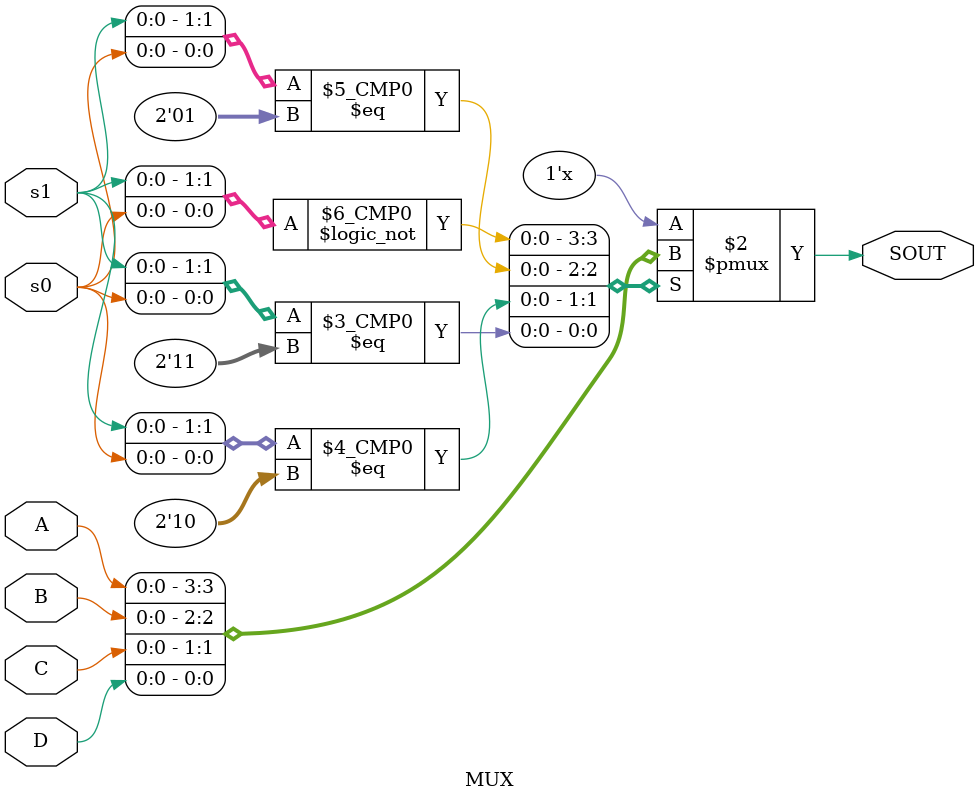
<source format=v>
`timescale 1ns / 1ps


module MUX(
    input A,B,C,D,s0,s1,
    output reg SOUT

    );
    
always@(s0 or s1 or A or B or C or D)begin
    case({s1, s0})
        2'b00: SOUT = A;
        2'b01: SOUT = B;
        2'b10: SOUT = C;
        2'b11: SOUT = D;
     endcase
     end
endmodule

</source>
